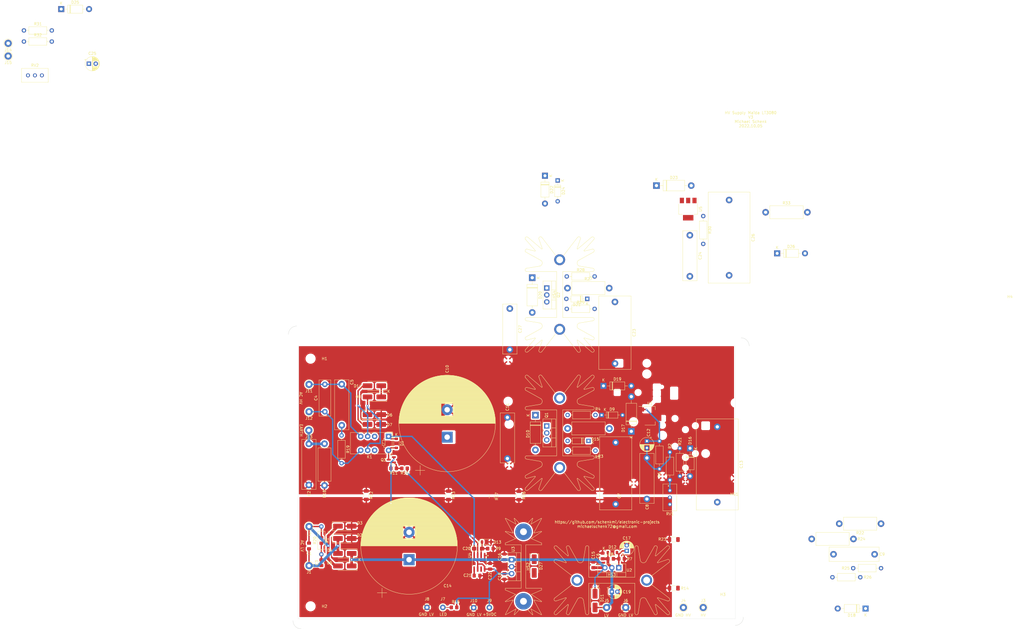
<source format=kicad_pcb>
(kicad_pcb (version 20221018) (generator pcbnew)
  (layers (0 "F.Cu" signal) (31 "B.Cu" signal) (34 "B.Paste" user) (35 "F.Paste" user) (36 "B.SilkS" user "B.Silkscreen") (37 "F.SilkS" user "F.Silkscreen") (38 "B.Mask" user) (39 "F.Mask" user) (44 "Edge.Cuts" user))
  (net 0 "")
  (net 1 "Net-(D2-K)")
  (net 2 "GND_HV")
  (net 3 "Net-(D3-K)")
  (net 4 "Net-(C3-Pad2)")
  (net 5 "Net-(J13-Pin_1)")
  (net 6 "GND_LV")
  (net 7 "Net-(J12-Pin_1)")
  (net 8 "Net-(J11-Pin_1)")
  (net 9 "Net-(D11-A)")
  (net 10 "Net-(D17-A1)")
  (net 11 "Net-(D16-A)")
  (net 12 "Net-(D10-A1)")
  (net 13 "Net-(U1-SET)")
  (net 14 "Net-(D11-K)")
  (net 15 "Net-(D12-A)")
  (net 16 "Net-(D13-K)")
  (net 18 "Net-(U4-CV)")
  (net 19 "Net-(D23-A1)")
  (net 20 "Net-(C5-Pad1)")
  (net 21 "+5VDC")
  (net 22 "RELCTRL")
  (net 23 "Net-(D25-A)")
  (net 25 "Net-(C9-Pad2)")
  (net 26 "Net-(U5-SET)")
  (net 27 "Net-(D6-K)")
  (net 28 "Net-(D14-A)")
  (net 29 "Net-(D15-K)")
  (net 30 "Net-(D10-A2)")
  (net 31 "Net-(D20-A2)")
  (net 32 "Net-(D21-K)")
  (net 33 "/HVOUT1")
  (net 34 "Net-(R2-Pad1)")
  (net 35 "Net-(J7-Pin_1)")
  (net 36 "Net-(Q1-G)")
  (net 37 "Net-(Q2-G)")
  (net 38 "Net-(Q3-B)")
  (net 39 "Net-(U4-Q)")
  (net 40 "Net-(R32-Pad1)")
  (net 42 "/HVOUT2")
  (footprint "Capacitor_THT:CP_Radial_D35.0mm_P10.00mm_SnapIn" (layer "F.Cu") (at 106.172 153.1112 90)
    (fp_text reference "C10")
    (fp_text value "680uF/450VDC")
  )
  (footprint "Capacitor_THT:C_Rect_L18.0mm_W5.0mm_P15.00mm_FKS3_FKP3" (layer "F.Cu") (at 128.143 160.909 90)
    (fp_text reference "C11")
    (fp_text value "100nF/630V")
  )
  (footprint "MountingHole:MountingHole_3.2mm_M3" (layer "F.Cu") (at 56.3372 124.46)
    (fp_text reference "H1")
    (fp_text value "MountingHole")
  )
  (footprint "MountingHole:MountingHole_3.2mm_M3" (layer "F.Cu") (at 56.3372 214.884)
    (fp_text reference "H2")
    (fp_text value "MountingHole")
  )
  (footprint "MountingHole:MountingHole_3.2mm_M3" (layer "F.Cu") (at 206.7052 214.884)
    (fp_text reference "H3")
    (fp_text value "MountingHole")
  )
  (footprint "Connector_Pin:Pin_D1.3mm_L11.0mm" (layer "F.Cu") (at 199.5932 215.3285)
    (fp_text reference "J3")
    (fp_text value "HV1")
  )
  (footprint "Capacitor_THT:CP_Radial_D5.0mm_P2.00mm" (layer "F.Cu") (at 166.2557 209.55)
    (fp_text reference "C19")
    (fp_text value "1uF/25V")
  )
  (footprint "Capacitor_Tantalum_SMD:CP_EIA-3216-12_Kemet-S_Pad1.58x1.35mm_HandSolder" (layer "F.Cu") (at 117.4599 193.8274)
    (fp_text reference "C20")
    (fp_text value "15uF/10V")
  )
  (footprint "Diode_SMD:D_SOD-123" (layer "F.Cu") (at 120.5484 191.3636)
    (fp_text reference "D13")
    (fp_text value "1N4148W")
  )
  (footprint "Heatsink:Heatsink_Fischer_SK129-STS_42x25mm_2xDrill2.5mm" (layer "F.Cu") (at 166.2557 205.359)
    (fp_text reference "HS3")
    (fp_text value "Heatsink")
  )
  (footprint "Connector_Pin:Pin_D1.3mm_L11.0mm" (layer "F.Cu") (at 164.3507 215.3285)
    (fp_text reference "J5")
    (fp_text value "LV")
  )
  (footprint "Connector_Pin:Pin_D1.3mm_L11.0mm" (layer "F.Cu") (at 171.323 215.3285)
    (fp_text reference "J6")
    (fp_text value "GND_LV")
  )
  (footprint "Package_TO_SOT_SMD:SOT-23" (layer "F.Cu") (at 85.7852 161.3535 180)
    (fp_text reference "Q3")
    (fp_text value "MMBT3904")
  )
  (footprint "Resistor_SMD:R_0805_2012Metric_Pad1.20x1.40mm_HandSolder" (layer "F.Cu") (at 121.9548 193.8274)
    (fp_text reference "R9")
    (fp_text value "1Meg")
  )
  (footprint "Resistor_SMD:R_0805_2012Metric_Pad1.20x1.40mm_HandSolder" (layer "F.Cu") (at 90.6272 164.5285)
    (fp_text reference "R10")
    (fp_text value "2.49k")
  )
  (footprint "Resistor_SMD:R_0805_2012Metric_Pad1.20x1.40mm_HandSolder" (layer "F.Cu") (at 86.6427 164.5285 180)
    (fp_text reference "R11")
    (fp_text value "2.49k")
  )
  (footprint "Resistor_SMD:R_1206_3216Metric_Pad1.30x1.75mm_HandSolder" (layer "F.Cu") (at 76.6572 174.3196 -90)
    (fp_text reference "R12")
    (fp_text value "0R")
  )
  (footprint "Resistor_SMD:R_1206_3216Metric_Pad1.30x1.75mm_HandSolder" (layer "F.Cu") (at 106.6546 174.3704 -90)
    (fp_text reference "R13")
    (fp_text value "0R")
  )
  (footprint "Resistor_SMD:R_1206_3216Metric_Pad1.30x1.75mm_HandSolder" (layer "F.Cu") (at 188.8242 208.248427 180)
    (fp_text reference "R14")
    (fp_text value "0R")
  )
  (footprint "Package_TO_SOT_THT:TO-220-3_Vertical" (layer "F.Cu") (at 129.6924 197.866 -90)
    (fp_text reference "U3")
    (fp_text value "LM7805_TO220")
  )
  (footprint "Package_SO:SOIC-8_3.9x4.9mm_P1.27mm" (layer "F.Cu") (at 117.9322 198.82 -90)
    (fp_text reference "U4")
    (fp_text value "TLC555xD")
  )
  (footprint "Resistor_SMD:R_1206_3216Metric_Pad1.30x1.75mm_HandSolder" (layer "F.Cu") (at 132.3467 174.3964 -90)
    (fp_text reference "R16")
    (fp_text value "0R")
  )
  (footprint "Resistor_SMD:R_1206_3216Metric_Pad1.30x1.75mm_HandSolder" (layer "F.Cu") (at 122.428 174.726 -90)
    (fp_text reference "R17")
    (fp_text value "0R")
  )
  (footprint "Connector_Pin:Pin_D1.3mm_L11.0mm" (layer "F.Cu") (at 192.3542 215.3285)
    (fp_text reference "J4")
    (fp_text value "GND_HV")
  )
  (footprint "Connector_Pin:Pin_D1.0mm_L10.0mm" (layer "F.Cu") (at 104.5972 215.2904)
    (fp_text reference "J7")
    (fp_text value "LED")
  )
  (footprint "Connector_Pin:Pin_D1.0mm_L10.0mm" (layer "F.Cu") (at 98.806 215.2904)
    (fp_text reference "J8")
    (fp_text value "GND_LV")
  )
  (footprint "Connector_Pin:Pin_D1.0mm_L10.0mm" (layer "F.Cu") (at 121.5644 215.3412)
    (fp_text reference "J9")
    (fp_text value "+5V")
  )
  (footprint "Connector_Pin:Pin_D1.0mm_L10.0mm" (layer "F.Cu") (at 115.8494 215.392)
    (fp_text reference "J10")
    (fp_text value "GND_LV")
  )
  (footprint "Resistor_SMD:R_0805_2012Metric_Pad1.20x1.40mm_HandSolder" (layer "F.Cu") (at 108.6772 215.2904)
    (fp_text reference "R15")
    (fp_text value "330R")
  )
  (footprint "Capacitor_SMD:C_0805_2012Metric_Pad1.18x1.45mm_HandSolder" (layer "F.Cu") (at 127.0508 196.8285 90)
    (fp_text reference "C16")
    (fp_text value "330nF/50V")
  )
  (footprint "Capacitor_SMD:C_0805_2012Metric_Pad1.18x1.45mm_HandSolder" (layer "F.Cu") (at 127.0508 203.9835 -90)
    (fp_text reference "C18")
    (fp_text value "100nF/50V")
  )
  (footprint "Capacitor_SMD:C_0805_2012Metric_Pad1.18x1.45mm_HandSolder" (layer "F.Cu") (at 117.0647 203.6826)
    (fp_text reference "C21")
    (fp_text value "100nF/50V")
  )
  (footprint "Capacitor_SMD:C_0805_2012Metric_Pad1.18x1.45mm_HandSolder" (layer "F.Cu") (at 121.8184 200.2575 90)
    (fp_text reference "C22")
    (fp_text value "100nF/50V")
  )
  (footprint "MountingHole:MountingHole_3.2mm_M3" (layer "F.Cu") (at 311.5056 97.1804)
    (fp_text reference "H4")
    (fp_text value "MountingHole")
  )
  (footprint "Capacitor_THT:CP_Radial_D5.0mm_P2.00mm" (layer "F.Cu") (at 171.6786 194.6402 90)
    (fp_text reference "C17")
    (fp_text value "10uF/25V")
  )
  (footprint "Diode_SMD:D_SOD-123" (layer "F.Cu") (at 166.4706 195.2498)
    (fp_text reference "D12")
    (fp_text value "1N4148W")
  )
  (footprint "Diode_SMD:D_SMA_Handsoldering" (layer "F.Cu") (at 160.1216 212.8158 -90)
    (fp_text reference "D11")
    (fp_text value "1N4007")
  )
  (footprint "Package_TO_SOT_THT:TO-220-3_Vertical" (layer "F.Cu") (at 168.7957 200.787 180)
    (fp_text reference "U2")
    (fp_text value "LM317_TO-220")
  )
  (footprint "Resistor_SMD:R_0805_2012Metric_Pad1.20x1.40mm_HandSolder" (layer "F.Cu") (at 165.8272 197.5358)
    (fp_text reference "R8")
    (fp_text value "240R")
  )
  (footprint "Resistor_SMD:R_0805_2012Metric_Pad1.20x1.40mm_HandSolder" (layer "F.Cu") (at 169.8084 197.5358)
    (fp_text reference "R7")
    (fp_text value "976R")
  )
  (footprint "Capacitor_SMD:C_0805_2012Metric_Pad1.18x1.45mm_HandSolder" (layer "F.Cu") (at 159.4866 199.7495 90)
    (fp_text reference "C15")
    (fp_text value "100nF/50V")
  )
  (footprint "Package_TO_SOT_THT:TO-220-3_Vertical" (layer "F.Cu") (at 142.494 149.0472 -90)
    (fp_text reference "Q1")
    (fp_text value "FQPF2N70")
  )
  (footprint "Capacitor_THT:CP_Radial_D35.0mm_P10.00mm_SnapIn" (layer "F.Cu") (at 92.2782 197.866 90)
    (fp_text reference "C14")
    (fp_text value "22000uF/25VDC")
  )
  (footprint "Capacitor_SMD:C_0805_2012Metric_Pad1.18x1.45mm_HandSolder" (layer "F.Cu") (at 55.7657 192.8495 90)
    (fp_text reference "C1")
    (fp_text value "Cx/10nF/50V")
  )
  (footprint "Capacitor_THT:C_Rect_L18.0mm_W5.0mm_P15.00mm_FKS3_FKP3" (layer "F.Cu") (at 55.7022 155.575 -90)
    (fp_text reference "C2")
    (fp_text value "2.2nF 2kV")
  )
  (footprint "Capacitor_SMD:C_0805_2012Metric_Pad1.18x1.45mm_HandSolder" (layer "F.Cu") (at 60.2742 198.967 90)
    (fp_text reference "C3")
    (fp_text value "Cs/50V")
  )
  (footprint "Capacitor_THT:C_Rect_L13.0mm_W4.0mm_P10.00mm_FKS3_FKP3_MKS4" (layer "F.Cu") (at 61.5442 143.8275 90)
    (fp_text reference "C4")
    (fp_text value "Cx/10nF/630V")
  )
  (footprint "Capacitor_THT:C_Rect_L18.0mm_W5.0mm_P15.00mm_FKS3_FKP3" (layer "F.Cu") (at 67.7037 148.7805 90)
    (fp_text reference "C5")
    (fp_text value "Cs/630V")
  )
  (footprint "Capacitor_SMD:C_0805_2012Metric_Pad1.18x1.45mm_HandSolder" (layer "F.Cu") (at 162.8648 196.4983 90)
    (fp_text reference "C6")
    (fp_text value "100nF/50V")
  )
  (footprint "Diode_SMD:D_SOD-123" (layer "F.Cu") (at 87.6427 155.3835 -90)
    (fp_text reference "D1")
    (fp_text value "1N4148W")
  )
  (footprint "Diode_SMD:D_SMA_Handsoldering" (layer "F.Cu") (at 68.8232 190.119)
    (fp_text reference "D2")
    (fp_text value "BYG22B-E3")
  )
  (footprint "Diode_SMD:D_SMA_Handsoldering" (layer "F.Cu") (at 68.8232 185.6105)
    (fp_text reference "D3")
    (fp_text value "BYG22B-E3")
  )
  (footprint "Diode_SMD:D_SMA_Handsoldering" (layer "F.Cu") (at 68.8232 195.58 180)
    (fp_text reference "D4")
    (fp_text value "BYG22B-E3")
  )
  (footprint "Diode_SMD:D_SMA_Handsoldering" (layer "F.Cu") (at 68.8232 200.152 180)
    (fp_text reference "D5")
    (fp_text value "BYG22B-E3")
  )
  (footprint "Diode_SMD:D_SMA_Handsoldering" (layer "F.Cu") (at 79.6182 144.907)
    (fp_text reference "D6")
    (fp_text value "BYG20J")
  )
  (footprint "Diode_SMD:D_SMA_Handsoldering" (layer "F.Cu") (at 79.6182 148.463)
    (fp_text reference "D7")
    (fp_text value "BYG20J")
  )
  (footprint "Diode_SMD:D_SMA_Handsoldering" (layer "F.Cu") (at 79.6182 138.43 180)
    (fp_text reference "D8")
    (fp_text value "BYG20J")
  )
  (footprint "Diode_SMD:D_SMA_Handsoldering" (layer "F.Cu") (at 79.6182 134.366 180)
    (fp_text reference "D14")
    (fp_text value "BYG20J")
  )
  (footprint "Heatsink:Heatsink_Fischer_SK129-STS_42x25mm_2xDrill2.5mm" (layer "F.Cu") (at 147.2184 151.5364 -90)
    (fp_text reference "HS1")
    (fp_text value "Heatsink")
  )
  (footprint "Connector_Pin:Pin_D1.3mm_L11.0mm" (layer "F.Cu") (at 55.7657 200.025)
    (fp_text reference "J1")
    (fp_text value "AC-LV")
  )
  (footprint "Connector_Pin:Pin_D1.3mm_L11.0mm" (layer "F.Cu") (at 55.7657 185.7375)
    (fp_text reference "J2")
    (fp_text value "AC-LV")
  )
  (footprint "Connector_Pin:Pin_D1.3mm_L11.0mm" (layer "F.Cu") (at 55.7657 133.858)
    (fp_text reference "J11")
    (fp_text value "AC-HV")
  )
  (footprint "Connector_Pin:Pin_D1.3mm_L11.0mm" (layer "F.Cu") (at 55.7657 143.8275)
    (fp_text reference "J12")
    (fp_text value "AC-HV")
  )
  (footprint "Connector_Pin:Pin_D1.3mm_L11.0mm" (layer "F.Cu") (at 55.7022 150.622)
    (fp_text reference "J13")
    (fp_text value "EARTH")
  )
  (footprint "Relay_THT:Relay_DPDT_Omron_G6S-2" (layer "F.Cu") (at 84.7852 152.8445 -90)
    (fp_text reference "K1")
    (fp_text value "G6S-2 DC5")
  )
  (footprint "Resistor_SMD:R_0805_2012Metric_Pad1.20x1.40mm_HandSolder" (layer "F.Cu") (at 60.2742 190.865 90)
    (fp_text reference "R1")
    (fp_text value "Rs/1/8W")
  )
  (footprint "Resistor_THT:R_Axial_DIN0414_L11.9mm_D4.5mm_P15.24mm_Horizontal" (layer "F.Cu") (at 61.4172 155.5115 -90)
    (fp_text reference "R18")
    (fp_text value "100R/2W")
  )
  (footprint "Resistor_THT:R_Axial_DIN0207_L6.3mm_D2.5mm_P10.16mm_Horizontal" (layer "F.Cu") (at 67.6402 152.4635 -90)
    (fp_text reference "R19")
    (fp_text value "Rs/0.6W")
  )
  (footprint "Resistor_THT:R_Axial_DIN0207_L6.3mm_D2.5mm_P10.16mm_Horizontal" (layer "F.Cu") (at 60.2742 195.8975 90)
    (fp_text reference "R20")
    (fp_text value "Rs/0.6W")
  )
  (footprint "Resistor_THT:R_Axial_DIN0207_L6.3mm_D2.5mm_P10.16mm_Horizontal" (layer "F.Cu") (at 191.0588 167.3606 90)
    (fp_text reference "R21")
    (fp_text value "1k/0.6W")
  )
  (footprint "Resistor_THT:R_Axial_DIN0414_L11.9mm_D4.5mm_P15.24mm_Horizontal" (layer "F.Cu") (at 264.4648 184.7088 180)
    (fp_text reference "R22")
    (fp_text value "100k/2W")
  )
  (footprint "Package_TO_SOT_SMD:SOT-223" (layer "F.Cu") (at 180.1626 145.3134)
    (fp_text reference "U1")
    (fp_text value "LT3080xST")
  )
  (footprint "Heatsink:Heatsink_Fischer_SK104-STC-STIC_35x13mm_2xDrill2.5mm" (layer "F.Cu") (at 134.0104 200.3552 90)
    (fp_text reference "HS2")
    (fp_text value "Heatsink")
  )
  (footprint "Diode_THT:D_DO-41_SOD81_P10.16mm_Horizontal" (layer "F.Cu") (at 258.826 215.6968 180)
    (fp_text reference "D18")
    (fp_text value "1N4007")
  )
  (footprint "Diode_THT:D_DO-15_P12.70mm_Horizontal" (layer "F.Cu") (at 137.2108 94.8944 -90)
    (fp_text reference "D20")
    (fp_text value "P6KE530A")
  )
  (footprint "Capacitor_THT:C_Rect_L26.5mm_W11.5mm_P22.50mm_MKS4" (layer "F.Cu") (at 167.386 103.738 -90)
    (fp_text reference "C23")
    (fp_text value "1uF/630V")
  )
  (footprint "Capacitor_THT:C_Rect_L18.0mm_W5.0mm_P15.00mm_FKS3_FKP3" (layer "F.Cu") (at 129.032 106.172 -90)
    (fp_text reference "C27")
    (fp_text value "100nF/630V")
  )
  (footprint "Resistor_THT:R_Axial_DIN0207_L6.3mm_D2.5mm_P10.16mm_Horizontal" (layer "F.Cu") (at 187.4266 168.783 90)
    (fp_text reference "R2")
    (fp_text value "0R/180k/0.6W")
  )
  (footprint "Capacitor_THT:CP_Radial_D5.0mm_P2.50mm" (layer "F.Cu") (at 179.0446 154.5482 -90)
    (fp_text reference "C12")
    (fp_text value "2.2uF/50V")
  )
  (footprint "Capacitor_THT:C_Rect_L18.0mm_W5.0mm_P15.00mm_FKS3_FKP3" (layer "F.Cu") (at 247.128 195.8848)
    (fp_text reference "C9")
    (fp_text value "100nF/630V")
  )
  (footprint "Resistor_THT:R_Axial_DIN0207_L6.3mm_D2.5mm_P10.16mm_Horizontal" (layer "F.Cu") (at 149.8092 94.4372)
    (fp_text reference "R28")
    (fp_text value "100R/0.6W")
  )
  (footprint "Connector_Pin:Pin_D1.3mm_L11.0mm" (layer "F.Cu") (at -53.996975 13.964)
    (fp_text reference "J15")
    (fp_text value "GND_HV")
  )
  (footprint "Capacitor_THT:CP_Radial_D5.0mm_P2.50mm" (layer "F.Cu") (at -24.5472 16.764)
    (fp_text reference "C25")
    (fp_text value "2.2uF/50V")
  )
  (footprint "Diode_THT:D_DO-41_SOD81_P10.16mm_Horizontal" (layer "F.Cu") (at 194.7926 157.2006 -90)
    (fp_text reference "D16")
    (fp_text value "1N4007")
  )
  (footprint "Diode_THT:D_DO-41_SOD81_P10.16mm_Horizontal" (layer "F.Cu") (at 226.568 86.0044)
    (fp_text reference "D26")
    (fp_text value "1N4007")
  )
  (footprint "Capacitor_THT:C_Rect_L33.0mm_W15.0mm_P27.50mm_MKS4" (layer "F.Cu") (at 204.724 149.352 -90)
    (fp_text reference "C13")
    (fp_text value "2.2uF/560V")
  )
  (footprint "Resistor_THT:R_Axial_DIN0207_L6.3mm_D2.5mm_P10.16mm_Horizontal" (layer "F.Cu") (at -48.246975 4.614)
    (fp_text reference "R31")
    (fp_text value "1k/0.6W")
  )
  (footprint "Resistor_THT:R_Axial_DIN0414_L11.9mm_D4.5mm_P15.24mm_Horizontal" (layer "F.Cu") (at 150.114 149.9616)
    (fp_text reference "R3")
    (fp_text value "100k/2W")
  )
  (footprint "Resistor_THT:R_Axial_DIN0207_L6.3mm_D2.5mm_P10.16mm_Horizontal" (layer "F.Cu") (at -48.246975 8.664)
    (fp_text reference "R32")
    (fp_text value "0R/180k/0.6W")
  )
  (footprint "Diode_THT:D_DO-41_SOD81_P10.16mm_Horizontal" (layer "F.Cu") (at -34.636975 -3.186)
    (fp_text reference "D25")
    (fp_text value "1N4007")
  )
  (footprint "Resistor_THT:R_Axial_DIN0207_L6.3mm_D2.5mm_P10.16mm_Horizontal" (layer "F.Cu") (at 150.114 158.0388)
    (fp_text reference "R5")
    (fp_text value "18R/0.6W")
  )
  (footprint "Diode_THT:D_DO-35_SOD27_P7.62mm_Horizontal" (layer "F.Cu") (at 157.2768 102.616 180)
    (fp_text reference "D21")
    (fp_text value "1N5245BTR/15V/0.5W")
  )
  (footprint "Potentiometer_THT:Potentiometer_Bourns_3296W_Vertical" (layer "F.Cu") (at 187.4266 172.593 90)
    (fp_text reference "RV1")
    (fp_text value "50k/500k")
  )
  (footprint "Resistor_THT:R_Axial_DIN0207_L6.3mm_D2.5mm_P10.16mm_Horizontal" (layer "F.Cu") (at 150.114 145.034)
    (fp_text reference "R4")
    (fp_text value "100R/0.6W")
  )
  (footprint "Capacitor_THT:C_Rect_L18.0mm_W5.0mm_P15.00mm_FKS3_FKP3" (layer "F.Cu") (at 179.0446 160.7058 -90)
    (fp_text reference "C8")
    (fp_text value "100nF/630V")
  )
  (footprint "Diode_THT:D_DO-35_SOD27_P7.62mm_Horizontal" (layer "F.Cu") (at 157.734 154.4828 180)
    (fp_text reference "D15")
    (fp_text value "1N5245BTR/15V/0.5W")
  )
  (footprint "Diode_THT:D_DO-15_P12.70mm_Horizontal" (layer "F.Cu") (at 182.5244 61.2648)
    (fp_text reference "D23")
    (fp_text value "P6KE27A")
  )
  (footprint "Diode_THT:D_DO-15_P12.70mm_Horizontal" (layer "F.Cu") (at 173.355 151.003 90)
    (fp_text reference "D17")
    (fp_text value "P6KE27A")
  )
  (footprint "Package_TO_SOT_SMD:SOT-223" (layer "F.Cu") (at 194.1068 69.85 -90)
    (fp_text reference "U5")
    (fp_text value "LT3080xST")
  )
  (footprint "Resistor_THT:R_Axial_DIN0207_L6.3mm_D2.5mm_P10.16mm_Horizontal" (layer "F.Cu") (at 199.5932 72.39 -90)
    (fp_text reference "R30")
    (fp_text value "100k/0.6W")
  )
  (footprint "Heatsink:Heatsink_Fischer_SK129-STS_42x25mm_2xDrill2.5mm" (layer "F.Cu") (at 147.2184 101.0412 90)
    (fp_text reference "HS4")
    (fp_text value "Heatsink")
  )
  (footprint "Potentiometer_THT:Potentiometer_Bourns_3296W_Vertical" (layer "F.Cu") (at -41.696975 21.014)
    (fp_text reference "RV2")
    (fp_text value "50k/500k")
  )
  (footprint "Capacitor_THT:C_Rect_L18.0mm_W5.0mm_P15.00mm_FKS3_FKP3" (layer "F.Cu") (at 194.7164 79.3864 -90)
    (fp_text reference "C24")
    (fp_text value "100nF/630V")
  )
  (footprint "Diode_THT:D_DO-35_SOD27_P7.62mm_Horizontal" (layer "F.Cu") (at 162.5346 145.0594)
    (fp_text reference "D9")
    (fp_text value "BZX55C8V2/8.2V/0.5W")
  )
  (footprint "Resistor_THT:R_Axial_DIN0414_L11.9mm_D4.5mm_P15.24mm_Horizontal" (layer "F.Cu") (at 222.358 71.0044)
    (fp_text reference "R33")
    (fp_text value "100k/2W")
  )
  (footprint "Diode_THT:D_DO-41_SOD81_P10.16mm_Horizontal" (layer "F.Cu") (at 163.195 134.3914)
    (fp_text reference "D19")
    (fp_text value "1N4007")
  )
  (footprint "Resistor_SMD:R_1206_3216Metric_Pad1.30x1.75mm_HandSolder" (layer "F.Cu") (at 188.8236 190.5 180)
    (fp_text reference "R23")
    (fp_text value "0R")
  )
  (footprint "Resistor_THT:R_Axial_DIN0207_L6.3mm_D2.5mm_P10.16mm_Horizontal" (layer "F.Cu") (at 256.8956 204.2668 180)
    (fp_text reference "R26")
    (fp_text value "100k/0.6W")
  )
  (footprint "Diode_THT:D_DO-15_P12.70mm_Horizontal" (layer "F.Cu") (at 138.3792 145.0848 -90)
    (fp_text reference "D10")
    (fp_text value "P6KE530A")
  )
  (footprint "Resistor_THT:R_Axial_DIN0207_L6.3mm_D2.5mm_P10.16mm_Horizontal" (layer "F.Cu") (at 183.6166 164.719 90)
    (fp_text reference "R6")
    (fp_text value "100k/0.6W")
  )
  (footprint "Diode_THT:D_DO-35_SOD27_P7.62mm_Horizontal" (layer "F.Cu") (at 146.4818 59.3852 -90)
    (fp_text reference "D24")
    (fp_text value "BZX55C8V2/8.2V/0.5W")
  )
  (footprint "Capacitor_THT:C_Rect_L33.0mm_W15.0mm_P27.50mm_MKS4" (layer "F.Cu") (at 209.042 66.5308 -90)
    (fp_text reference "C26")
    (fp_text value "2.2uF/560V")
  )
  (footprint "Diode_THT:D_DO-41_SOD81_P10.16mm_Horizontal" (layer "F.Cu") (at 141.859 57.658 -90)
    (fp_text reference "D22")
    (fp_text value "1N4007")
  )
  (footprint "Capacitor_THT:C_Rect_L26.5mm_W11.5mm_P22.50mm_MKS4" (layer "F.Cu") (at 167.64 155.067 -90)
    (fp_text reference "C7")
    (fp_text value "1uF/630V")
  )
  (footprint "Connector_Pin:Pin_D1.3mm_L11.0mm" (layer "F.Cu") (at -53.996975 9.314)
    (fp_text reference "J14")
    (fp_text value "HV2")
  )
  (footprint "Package_TO_SOT_THT:TO-220-3_Vertical" (layer "F.Cu") (at 142.5142 98.6536 -90)
    (fp_text reference "Q2")
    (fp_text value "FQPF2N70")
  )
  (footprint "Resistor_THT:R_Axial_DIN0414_L11.9mm_D4.5mm_P15.24mm_Horizontal" (layer "F.Cu") (at 239.1664 190.2968)
    (fp_text reference "R24")
    (fp_text value "100R/2W")
  )
  (footprint "Resistor_THT:R_Axial_DIN0207_L6.3mm_D2.5mm_P10.16mm_Horizontal" (layer "F.Cu") (at 149.8092 106.2736)
    (fp_text reference "R29")
    (fp_text value "18R/0.6W")
  )
  (footprint "Resistor_THT:R_Axial_DIN0414_L11.9mm_D4.5mm_P15.24mm_Horizontal" (layer "F.Cu") (at 150.0632 98.7044)
    (fp_text reference "R27")
    (fp_text value "100k/2W")
  )
  (footprint "Diode_SMD:D_SMA_Handsoldering" (layer "F.Cu") (at 137.922 200.192 -90)
    (fp_text reference "D27")
    (fp_text value "1N4007")
  )
  (footprint "Resistor_THT:R_Axial_DIN0207_L6.3mm_D2.5mm_P10.16mm_Horizontal" (layer "F.Cu") (at 264.4648 200.9648 180)
    (fp_text reference "R25")
    (fp_text value "300k/0.6W")
  )
  (gr_line (start 51.7652 119.888) (end 51.7652 219.456) (stroke (width 0.05)) (layer "Edge.Cuts"))
  (gr_arc (start 48.26 115.57) (mid 49.13868 113.44868) (end 51.26 112.57) (stroke (width 0.1)) (layer "Edge.Cuts"))
  (gr_arc (start 52.92132 223.12868) (mid 50.8 222.25) (end 49.92132 220.12868) (stroke (width 0.1)) (layer "Edge.Cuts"))
  (gr_arc (start 214.23868 218.85868) (mid 213.36 220.98) (end 211.23868 221.85868) (stroke (width 0.1)) (layer "Edge.Cuts"))
  (gr_line (start 211.2772 119.888) (end 51.7652 119.888) (stroke (width 0.05)) (layer "Edge.Cuts"))
  (gr_line (start 51.7652 219.456) (end 211.2772 219.456) (stroke (width 0.05)) (layer "Edge.Cuts"))
  (gr_line (start 211.2772 219.456) (end 211.2772 119.888) (stroke (width 0.05)) (layer "Edge.Cuts"))
  (gr_arc (start 213.36 116.84) (mid 215.48132 117.71868) (end 216.36 119.84) (stroke (width 0.1)) (layer "Edge.Cuts"))
  (gr_text "HV" (at 199.5932 218.1225) (layer "F.SilkS") (effects (font (size 1 1))))
  (gr_text "LV" (at 164.2872 218.2495) (layer "F.SilkS") (effects (font (size 1 1))))
  (gr_text "GND LV" (at 115.9764 217.932) (layer "F.SilkS") (effects (font (size 1 1))))
  (gr_text "GND LV" (at 98.552 217.8304) (layer "F.SilkS") (effects (font (size 1 1))))
  (gr_text "+5VDC" (at 121.666 217.8304) (layer "F.SilkS") (effects (font (size 1 1))))
  (gr_text "LED" (at 104.7242 217.8304) (layer "F.SilkS") (effects (font (size 1 1))))
  (gr_text "AC LV" (at 53.2892 192.8495 270) (layer "F.SilkS") (effects (font (size 1 1))))
  (gr_text "AC HV" (at 52.7812 138.8745 270) (layer "F.SilkS") (effects (font (size 1 1))))
  (gr_text "EARTH" (at 52.9082 150.622 -90) (layer "F.SilkS") (effects (font (size 1 1))))
  (gr_text "GND HV" (at 192.2272 218.1225) (layer "F.SilkS") (effects (font (size 1 1))))
  (gr_text "K" (at 74.3712 146.685) (layer "F.SilkS") (effects (font (size 1 1))))
  (gr_text "K" (at 63.0682 187.96) (layer "F.SilkS") (effects (font (size 1 1))))
  (gr_text "K" (at 74.2442 197.866) (layer "F.SilkS") (effects (font (size 1 1))))
  (gr_text "K" (at 117.6147 191.389) (layer "F.SilkS") (effects (font (size 1 1))))
  (gr_text "K" (at 161.3662 207.5815) (layer "F.SilkS") (effects (font (size 1 1))))
  (gr_text "K" (at 163.3347 193.7385) (layer "F.SilkS") (effects (font (size 1 1))))
  (gr_text "GND LV" (at 171.2722 218.1225) (layer "F.SilkS") (effects (font (size 1 1))))
  (gr_text "K" (at 87.6427 152.2095) (layer "F.SilkS") (effects (font (size 1 1))))
  (gr_text "°" (at 114.6302 192.913) (layer "F.SilkS") (effects (font (size 1 1))))
  (gr_text "K" (at 84.8487 136.398) (layer "F.SilkS") (effects (font (size 1 1))))
  (gr_text "°" (at 121.0437 196.7865) (layer "F.SilkS") (effects (font (size 1 1))))
  (gr_text "°" (at 186.9186 171.323) (layer "F.SilkS") (effects (font (size 1 1))))
  (gr_text "HV Supply Maida LT3080\nV3\nMichael Schenk\n2022.10.05\n" (at 216.916 37.084) (layer "F.SilkS") (effects (font (size 1 1))))
  (gr_text "https://github.com/schenkmi/electronic-projects\nmichaelschenk72@gmail.com" (at 164.5412 184.912) (layer "F.SilkS") (effects (font (size 1 1))))
  (segment (start 66.3232 190.119) (end 66.3232 192.8025) (width 1) (layer "F.Cu") (net 1))
  (segment (start 55.7657 193.887) (end 55.7657 200.025) (width 0.5) (layer "F.Cu") (net 1))
  (segment (start 66.3232 192.8025) (end 66.3232 195.58) (width 1) (layer "F.Cu") (net 1))
  (segment (start 55.7657 200.025) (end 60.2537 200.025) (width 0.5) (layer "F.Cu") (net 1))
  (segment (start 60.2537 200.025) (end 60.2742 200.0045) (width 0.5) (layer "F.Cu") (net 1))
  (via (at 66.3232 192.8025) (size 1) (drill 0.5) (layers "F.Cu" "B.Cu") (net 1))
  (segment (start 55.7657 200.025) (end 59.1007 200.025) (width 1) (layer "B.Cu") (net 1))
  (segment (start 59.1007 200.025) (end 66.3232 192.8025) (width 1) (layer "B.Cu") (net 1))
  (segment (start 62.7507 192.786) (end 62.7507 189.183) (width 1) (layer "F.Cu") (net 3))
  (segment (start 60.2742 185.7375) (end 55.7657 185.7375) (width 0.5) (layer "F.Cu") (net 3))
  (segment (start 62.7507 197.5485) (end 62.7507 192.786) (width 1) (layer "F.Cu") (net 3))
  (segment (start 66.3232 200.152) (end 65.3542 200.152) (width 1) (layer "F.Cu") (net 3))
  (segment (start 65.3542 200.152) (end 62.7507 197.5485) (width 1) (layer "F.Cu") (net 3))
  (segment (start 62.7507 189.183) (end 66.3232 185.6105) (width 1) (layer "F.Cu") (net 3))
  (segment (start 55.7657 191.812) (end 55.7657 185.7375) (width 0.5) (layer "F.Cu") (net 3))
  (segment (start 60.2742 189.865) (end 60.2742 185.7375) (width 0.5) (layer "F.Cu") (net 3))
  (via (at 62.7507 192.786) (size 1) (drill 0.5) (layers "F.Cu" "B.Cu") (net 3))
  (segment (start 55.7657 185.7375) (end 55.7657 185.801) (width 1) (layer "B.Cu") (net 3))
  (segment (start 55.7657 185.801) (end 62.7507 192.786) (width 1) (layer "B.Cu") (net 3))
  (segment (start 60.2742 195.8975) (end 60.2742 191.865) (width 0.5) (layer "F.Cu") (net 4))
  (segment (start 60.2742 197.9295) (end 60.2742 195.8975) (width 0.5) (layer "F.Cu") (net 4))
  (segment (start 61.3537 155.575) (end 61.4172 155.5115) (width 1) (layer "B.Cu") (net 5))
  (segment (start 55.7022 155.575) (end 61.3537 155.575) (width 1) (layer "B.Cu") (net 5))
  (segment (start 55.7022 150.622) (end 55.7022 155.575) (width 1) (layer "B.Cu") (net 5))
  (segment (start 85.6427 163.2265) (end 85.6742 163.195) (width 0.5) (layer "F.Cu") (net 6))
  (segment (start 86.6902 161.29) (end 86.6902 160.436) (width 0.5) (layer "F.Cu") (net 6))
  (segment (start 85.6427 164.5285) (end 85.6427 163.2265) (width 0.5) (layer "F.Cu") (net 6))
  (segment (start 86.6902 160.436) (end 86.7227 160.4035) (width 0.5) (layer "F.Cu") (net 6))
  (via (at 85.6742 163.195) (size 0.6) (drill 0.3) (layers "F.Cu" "B.Cu") (net 6))
  (via (at 86.6902 161.29) (size 0.6) (drill 0.3) (layers "F.Cu" "B.Cu") (net 6))
  (via (at 85.6488 177.292) (size 0.8) (drill 0.4) (layers "F.Cu" "B.Cu") (net 6))
  (segment (start 85.6742 177.2666) (end 85.6488 177.292) (width 0.5) (layer "B.Cu") (net 6))
  (segment (start 85.6742 163.195) (end 85.6742 177.2666) (width 0.5) (layer "B.Cu") (net 6))
  (segment (start 85.6742 163.195) (end 85.6742 162.306) (width 0.5) (layer "B.Cu") (net 6))
  (segment (start 85.6742 162.306) (end 86.6902 161.29) (width 0.5) (layer "B.Cu") (net 6))
  (segment (start 69.9262 162.6235) (end 74.6252 157.9245) (width 0.5) (layer "B.Cu") (net 7))
  (segment (start 64.4017 146.685) (end 64.4017 159.385) (width 0.5) (layer "B.Cu") (net 7))
  (segment (start 55.7657 143.8275) (end 61.5442 143.8275) (width 0.5) (layer "B.Cu") (net 7))
  (segment (start 61.5442 143.8275) (end 64.4017 146.685) (width 0.5) (layer "B.Cu") (net 7))
  (segment (start 67.6402 162.6235) (end 69.9262 162.6235) (width 0.5) (layer "B.Cu") (net 7))
  (segment (start 64.4017 159.385) (end 67.6402 162.6235) (width 0.5) (layer "B.Cu") (net 7))
  (segment (start 55.7657 133.858) (end 61.5137 133.858) (width 0.5) (layer "B.Cu") (net 8))
  (segment (start 71.0057 137.0825) (end 67.7037 133.7805) (width 0.5) (layer "B.Cu") (net 8))
  (segment (start 61.5137 133.858) (end 61.5442 133.8275) (width 0.5) (layer "B.Cu") (net 8))
  (segment (start 74.6252 152.8445) (end 71.0057 149.225) (width 0.5) (layer "B.Cu") (net 8))
  (segment (start 61.5442 133.8275) (end 67.6567 133.8275) (width 0.5) (layer "B.Cu") (net 8))
  (segment (start 71.0057 149.225) (end 71.0057 137.0825) (width 0.5) (layer "B.Cu") (net 8))
  (segment (start 67.6567 133.8275) (end 67.7037 133.7805) (width 0.5) (layer "B.Cu") (net 8))
  (segment (start 164.8272 195.2564) (end 164.8206 195.2498) (width 0.25) (layer "F.Cu") (net 9))
  (segment (start 164.3507 215.3285) (end 160.1343 215.3285) (width 0.5) (layer "F.Cu") (net 9))
  (segment (start 164.8272 197.5358) (end 164.8272 199.3585) (width 1) (layer "F.Cu") (net 9))
  (segment (start 164.8272 197.5358) (end 164.8272 195.2564) (width 0.5) (layer "F.Cu") (net 9))
  (segment (start 164.8272 197.5358) (end 162.8648 197.5358) (width 1) (layer "F.Cu") (net 9))
  (segment (start 160.1343 215.3285) (end 160.1216 215.3158) (width 0.5) (layer "F.Cu") (net 9))
  (segment (start 164.8272 199.3585) (end 166.2557 200.787) (width 1) (layer "F.Cu") (net 9))
  (segment (start 166.2557 213.4235) (end 164.3507 215.3285) (width 1) (layer "B.Cu") (net 9))
  (segment (start 166.2557 209.55) (end 166.2557 213.4235) (width 1) (layer "B.Cu") (net 9))
  (segment (start 166.2557 200.787) (end 166.2557 209.55) (width 1) (layer "B.Cu") (net 9))
  (segment (start 177.0126 147.6134) (end 176.7446 147.6134) (width 0.5) (layer "F.Cu") (net 10))
  (segment (start 173.3042 151.003) (end 173.355 151.003) (width 0.5) (layer "B.Cu") (net 10))
  (segment (start 186.0296 162.3314) (end 186.0296 162.306) (width 0.5) (layer "B.Cu") (net 11))
  (segment (start 183.6166 164.719) (end 181.6862 164.719) (width 0.5) (layer "B.Cu") (net 11))
  (segment (start 181.6862 164.719) (end 179.0446 162.0774) (width 0.5) (layer "B.Cu") (net 11))
  (segment (start 186.0296 162.306) (end 187.4266 160.909) (width 0.5) (layer "B.Cu") (net 11))
  (segment (start 183.6166 164.719) (end 186.0296 162.306) (width 0.5) (layer "B.Cu") (net 11))
  (segment (start 179.0446 162.0774) (end 179.0446 160.7058) (width 0.5) (layer "B.Cu") (net 11))
  (segment (start 187.4266 160.909) (end 187.4266 158.623) (width 0.5) (layer "B.Cu") (net 11))
  (segment (start 179.0446 157.0482) (end 179.0446 160.7058) (width 0.5) (layer "B.Cu") (net 11))
  (segment (start 82.1182 134.366) (end 82.1182 138.43) (width 0.5) (layer "F.Cu") (net 12))
  (segment (start 178.8414 143.0274) (end 177.0266 143.0274) (width 0.5) (layer "F.Cu") (net 13))
  (segment (start 177.0266 143.0274) (end 177.0126 143.0134) (width 0.5) (layer "F.Cu") (net 13))
  (via (at 178.8414 143.0274) (size 0.6) (drill 0.3) (layers "F.Cu" "B.Cu") (net 13))
  (segment (start 183.6166 147.8026) (end 178.8414 143.0274) (width 0.5) (layer "B.Cu") (net 13))
  (segment (start 183.6166 154.559) (end 179.0554 154.559) (width 0.5) (layer "B.Cu") (net 13))
  (segment (start 179.0554 154.559) (end 179.0446 154.5482) (width 0.5) (layer "B.Cu") (net 13))
  (segment (start 183.6166 154.559) (end 183.6166 147.8026) (width 0.5) (layer "B.Cu") (net 13))
  (segment (start 160.1216 210.3158) (end 160.1216 207.6958) (width 0.5) (layer "F.Cu") (net 14))
  (segment (start 71.3232 200.152) (end 71.3232 197.866) (width 1) (layer "F.Cu") (net 14))
  (segment (start 163.7157 200.787) (end 159.4866 200.787) (width 1) (layer "F.Cu") (net 14))
  (segment (start 160.1216 207.6958) (end 160.0962 207.6704) (width 0.5) (layer "F.Cu") (net 14))
  (segment (start 71.3232 197.866) (end 71.3232 195.58) (width 1) (layer "F.Cu") (net 14))
  (segment (start 127.0508 197.866) (end 129.6924 197.866) (width 0.5) (layer "F.Cu") (net 14))
  (via (at 71.3232 197.866) (size 1) (drill 0.5) (layers "F.Cu" "B.Cu") (net 14))
  (via (at 160.0962 207.6704) (size 0.8) (drill 0.4) (layers "F.Cu" "B.Cu") (net 14))
  (segment (start 92.2782 197.866) (end 160.7947 197.866) (width 1) (layer "B.Cu") (net 14))
  (segment (start 160.0962 207.6704) (end 160.0962 204.4065) (width 0.5) (layer "B.Cu") (net 14))
  (segment (start 160.0962 204.4065) (end 163.7157 200.787) (width 0.5) (layer "B.Cu") (net 14))
  (segment (start 92.2782 197.866) (end 71.3232 197.866) (width 1) (layer "B.Cu") (net 14))
  (segment (start 160.7947 197.866) (end 163.7157 200.787) (width 1) (layer "B.Cu") (net 14))
  (segment (start 168.8084 197.5358) (end 166.8272 197.5358) (width 0.5) (layer "F.Cu") (net 15))
  (segment (start 168.8084 197.5358) (end 168.8084 195.9376) (width 0.5) (layer "F.Cu") (net 15))
  (segment (start 171.6786 194.6402) (end 170.1058 194.6402) (width 0.5) (layer "F.Cu") (net 15))
  (segment (start 168.7957 197.5485) (end 168.8084 197.5358) (width 0.5) (layer "F.Cu") (net 15))
  (segment (start 168.8084 195.9376) (end 168.1206 195.2498) (width 0.5) (layer "F.Cu") (net 15))
  (segment (start 170.1058 194.6402) (end 168.8084 195.9376) (width 0.5) (layer "F.Cu") (net 15))
  (segment (start 168.7957 200.787) (end 168.7957 197.5485) (width 0.5) (layer "F.Cu") (net 15))
  (segment (start 118.5672 194.1576) (end 118.8974 193.8274) (width 0.5) (layer "F.Cu") (net 16))
  (segment (start 118.5672 196.345) (end 118.5672 194.1576) (width 0.5) (layer "F.Cu") (net 16))
  (segment (start 118.8974 191.3646) (end 118.8984 191.3636) (width 0.5) (layer "F.Cu") (net 16))
  (segment (start 120.9548 193.8274) (end 118.8974 193.8274) (width 0.5) (layer "F.Cu") (net 16))
  (segment (start 118.8974 193.8274) (end 118.8974 191.3646) (width 0.5) (layer "F.Cu") (net 16))
  (segment (start 116.0272 203.6826) (end 116.0272 201.295) (width 0.5) (layer "F.Cu") (net 18))
  (segment (start 67.7037 152.4) (end 67.6402 152.4635) (width 0.5) (layer "B.Cu") (net 20))
  (segment (start 67.7037 148.7805) (end 67.7037 152.4) (width 0.5) (layer "B.Cu") (net 20))
  (segment (start 109.6645 215.2777) (end 109.6772 215.2904) (width 0.5) (layer "F.Cu") (net 21))
  (segment (start 119.8372 201.295) (end 119.8372 200.32) (width 0.5) (layer "F.Cu") (net 21))
  (segment (start 116.0272 197.32) (end 117.2972 198.59) (width 0.5) (layer "F.Cu") (net 21))
  (segment (start 109.6645 213.741) (end 109.6645 215.2777) (width 0.5) (layer "F.Cu") (net 21))
  (segment (start 116.0224 193.8274) (end 116.0224 192.2193) (width 0.5) (layer "F.Cu") (net 21))
  (segment (start 116.0272 193.8322) (end 116.0224 193.8274) (width 0.5) (layer "F.Cu") (net 21))
  (segment (start 117.2972 198.59) (end 117.2972 199.4535) (width 0.5) (layer "F.Cu") (net 21))
  (segment (start 129.6924 202.946) (end 127.0508 202.946) (width 0.5) (layer "F.Cu") (net 21))
  (segment (start 117.2972 199.4535) (end 117.2972 201.295) (width 0.5) (layer "F.Cu") (net 21))
  (segment (start 116.0272 196.345) (end 116.0272 193.8322) (width 0.5) (layer "F.Cu") (net 21))
  (segment (start 116.0224 192.2193) (end 116.0272 192.2145) (width 0.5) (layer "F.Cu") (net 21))
  (segment (start 119.8372 200.32) (end 118.9707 199.4535) (width 0.5) (layer "F.Cu") (net 21))
  (segment (start 121.8184 201.295) (end 119.8372 201.295) (width 0.5) (layer "F.Cu") (net 21))
  (segment (start 116.0272 196.345) (end 116.0272 197.32) (width 0.5) (layer "F.Cu") (net 21))
  (segment (start 85.6742 153.7335) (end 84.7852 152.8445) (width 0.5) (layer "F.Cu") (net 21))
  (segment (start 118.9707 199.4535) (end 117.2972 199.4535) (width 0.5) (layer "F.Cu") (net 21))
  (segment (start 87.6427 153.7335) (end 85.6742 153.7335) (width 0.5) (layer "F.Cu") (net 21))
  (segment (start 121.8184 201.295) (end 123.3297 201.295) (width 0.5) (layer "F.Cu") (net 21))
  (via (at 116.0272 192.2145) (size 0.6) (drill 0.3) (layers "F.Cu" "B.Cu") (net 21))
  (via (at 109.6645 213.741) (size 0.6) (drill 0.3) (layers "F.Cu" "B.Cu") (net 21))
  (via (at 123.3297 201.295) (size 0.6) (drill 0.3) (layers "F.Cu" "B.Cu") (net 21))
  (segment (start 109.6645 212.5091) (end 110.236 211.9376) (width 0.5) (layer "B.Cu") (net 21))
  (segment (start 116.0272 175.5775) (end 116.0272 192.2145) (width 0.5) (layer "B.Cu") (net 21))
  (segment (start 124.77115 202.73645) (end 124.9807 202.946) (width 0.5) (layer "B.Cu") (net 21))
  (segment (start 121.5644 211.9376) (end 121.5644 205.9432) (width 0.5) (layer "B.Cu") (net 21))
  (segment (start 121.5644 205.9432) (end 124.77115 202.73645) (width 0.5) (layer "B.Cu") (net 21))
  (segment (start 121.5644 215.3412) (end 121.5644 211.9376) (width 0.5) (layer "B.Cu") (net 21))
  (segment (start 93.2942 152.8445) (end 116.0272 175.5775) (width 0.5) (layer "B.Cu") (net 21))
  (segment (start 109.6645 213.741) (end 109.6645 212.5091) (width 0.5) (layer "B.Cu") (net 21))
  (segment (start 123.3297 201.295) (end 124.77115 202.73645) (width 0.5) (layer "B.Cu") (net 21))
  (segment (start 124.9807 202.946) (end 129.6924 202.946) (width 0.5) (layer "B.Cu") (net 21))
  (segment (start 84.7852 152.8445) (end 93.2942 152.8445) (width 0.5) (layer "B.Cu") (net 21))
  (segment (start 110.236 211.9376) (end 121.5644 211.9376) (width 0.5) (layer "B.Cu") (net 21))
  (segment (start 85.6762 157.0335) (end 84.7852 157.9245) (width 0.5) (layer "F.Cu") (net 22))
  (segment (start 84.7852 161.3535) (end 84.7852 157.9245) (width 0.5) (layer "F.Cu") (net 22))
  (segment (start 87.6427 157.0335) (end 85.6762 157.0335) (width 0.5) (layer "F.Cu") (net 22))
  (segment (start 77.1182 141.652) (end 77.1182 138.43) (width 0.5) (layer "F.Cu") (net 27))
  (segment (start 77.1182 144.907) (end 77.1182 141.652) (width 0.5) (layer "F.Cu") (net 27))
  (via (at 77.1182 141.652) (size 0.8) (drill 0.4) (layers "F.Cu" "B.Cu") (net 27))
  (segment (start 77.1652 157.9245) (end 77.1652 156.2735) (width 0.5) (layer "B.Cu") (net 27))
  (segment (start 77.1652 156.2735) (end 78.0542 155.3845) (width 0.5) (layer "B.Cu") (net 27))
  (segment (start 81.7372 155.3845) (end 81.7372 147.096502) (width 0.5) (layer "B.Cu") (net 27))
  (segment (start 81.7372 147.096502) (end 77.1182 142.477502) (width 0.5) (layer "B.Cu") (net 27))
  (segment (start 77.1182 142.477502) (end 77.1182 141.652) (width 0.5) (layer "B.Cu") (net 27))
  (segment (start 78.0542 155.3845) (end 81.7372 155.3845) (width 0.5) (layer "B.Cu") (net 27))
  (segment (start 75.5142 134.366) (end 77.1182 134.366) (width 0.5) (layer "F.Cu") (net 28))
  (segment (start 75.3872 148.463) (end 73.6727 146.7485) (width 0.5) (layer "F.Cu") (net 28))
  (segment (start 73.6727 141.605) (end 73.6727 136.2075) (width 0.5) (layer "F.Cu") (net 28))
  (segment (start 77.1182 148.463) (end 75.3872 148.463) (width 0.5) (layer "F.Cu") (net 28))
  (segment (start 73.6727 146.7485) (end 73.6727 141.605) (width 0.5) (layer "F.Cu") (net 28))
  (segment (start 73.6727 136.2075) (end 75.5142 134.366) (width 0.5) (layer "F.Cu") (net 28))
  (via (at 73.6727 141.605) (size 0.8) (drill 0.4) (layers "F.Cu" "B.Cu") (net 28))
  (segment (start 77.1652 145.0975) (end 73.6727 141.605) (width 0.5) (layer "B.Cu") (net 28))
  (segment (start 77.1652 152.8445) (end 77.1652 145.0975) (width 0.5) (layer "B.Cu") (net 28))
  (segment (start 187.4266 168.783) (end 187.4266 172.593) (width 0.5) (layer "B.Cu") (net 34))
  (segment (start 107.6772 215.2904) (end 104.5972 215.2904) (width 0.25) (layer "F.Cu") (net 35))
  (segment (start 87.6427 163.2235) (end 86.7227 162.3035) (width 0.5) (layer "F.Cu") (net 38))
  (segment (start 89.6272 164.5285) (end 87.6427 164.5285) (width 0.5) (layer "F.Cu") (net 38))
  (segment (start 87.6427 164.5285) (end 87.6427 163.2235) (width 0.5) (layer "F.Cu") (net 38))
  (segment (start 114.9477 189.484) (end 117.2972 191.8335) (width 0.5) (layer "F.Cu") (net 39))
  (segment (start 91.6272 164.5285) (end 91.6272 166.1635) (width 0.5) (layer "F.Cu") (net 39))
  (segment (start 117.2972 191.8335) (end 117.2972 196.345) (width 0.5) (layer "F.Cu") (net 39))
  (segment (start 91.6272 166.1635) (end 91.6432 166.1795) (width 0.5) (layer "F.Cu") (net 39))
  (via (at 91.6432 166.1795) (size 0.6) (drill 0.3) (layers "F.Cu" "B.Cu") (net 39))
  (via (at 114.9477 189.484) (size 0.6) (drill 0.3) (layers "F.Cu" "B.Cu") (net 39))
  (segment (start 91.6432 166.1795) (end 114.9477 189.484) (width 0.5) (layer "B.Cu") (net 39))
  (zone (net 6) (net_name "GND_LV") (layer "F.Cu") (connect_pads (clearance 0.508)) (min_thickness 0.254) (fill yes (thermal_gap 0.508) (thermal_bridge_width 0.508))
    (polygon (pts (xy 188.1632 218.821) (xy 52.2732 218.821) (xy 52.2732 175.006) (xy 188.1632 175.006)))
  )
  (zone (net 2) (net_name "GND_HV") (layer "F.Cu") (priority 1) (connect_pads (clearance 0.508)) (min_thickness 0.25) (fill yes (thermal_gap 0.5) (thermal_bridge_width 0.5))
    (polygon (pts (xy 52.07 173.99) (xy 210.82 173.99) (xy 210.82 119.38) (xy 52.07 118.11)))
  )
)
</source>
